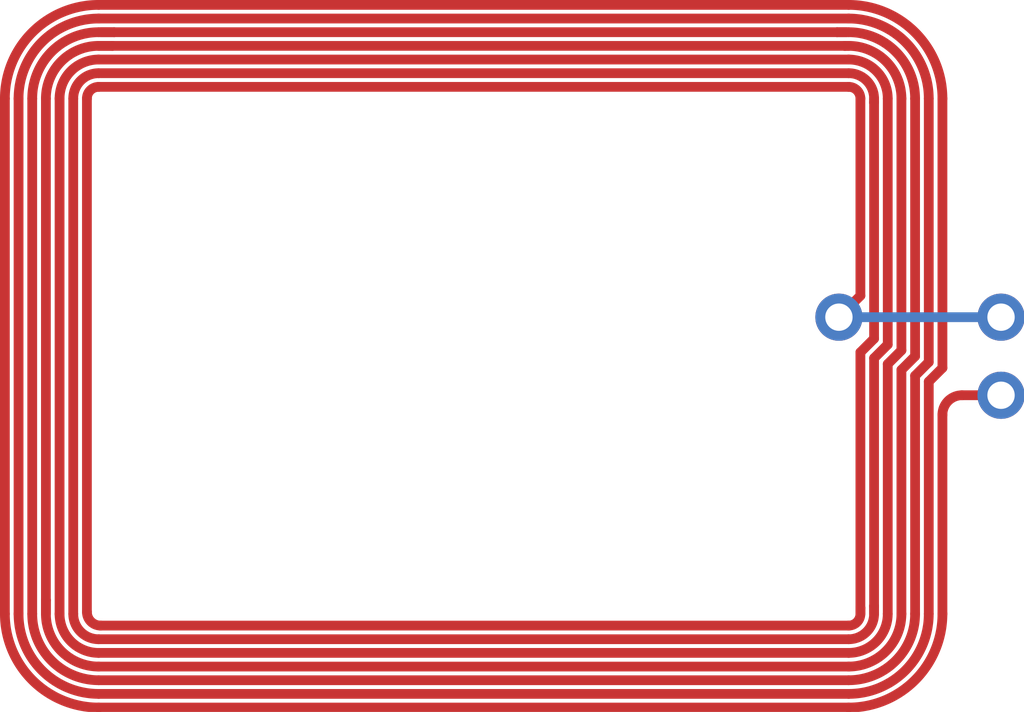
<source format=kicad_pcb>
(kicad_pcb (version 20211014) (generator pcbnew)
  (layers (0 "F.Cu" signal) (31 "B.Cu" signal) (34 "B.Paste" user) (35 "F.Paste" user) (36 "B.SilkS" user "B.Silkscreen") (37 "F.SilkS" user "F.Silkscreen") (38 "B.Mask" user) (39 "F.Mask" user) (44 "Edge.Cuts" user))
  (net 0 "")
  (footprint "Class_6_eagle9.6.2:L_PICC_CLASS6_50PF_01" (layer "F.Cu") (at 148.5011 105.0036)
    (fp_text reference "E$1" hide)
    (fp_text value "" hide)
    (fp_line (start -9.55 -7.95) (end -9.25 -7.95) (layer "F.Cu") (width 0.25))
    (fp_line (start 10.25 -6.6) (end 10.25 -6.5) (layer "F.Cu") (width 0.25))
    (fp_line (start -9.55 6.9) (end 9.6 6.9) (layer "F.Cu") (width 0.25))
    (fp_line (start -10.95 6.25) (end -10.95 6.55) (layer "F.Cu") (width 0.25))
    (fp_line (start 9.9 -6.6) (end 9.9 -1.55) (layer "F.Cu") (width 0.25))
    (fp_line (start 11.3 0.5) (end 11.65 0.15) (layer "F.Cu") (width 0.25))
    (fp_line (start 10.6 -6.6) (end 10.6 -0.3) (layer "F.Cu") (width 0.25))
    (fp_line (start -9.6 7.25) (end 9.6 7.25) (layer "F.Cu") (width 0.25))
    (fp_line (start 11.65 0.65) (end 12 0.3) (layer "F.Cu") (width 0.25))
    (fp_line (start -10.6 -6.6) (end -10.6 6.6) (layer "F.Cu") (width 0.25))
    (fp_line (start 10.25 -6.55) (end 10.25 -6.5) (layer "F.Cu") (width 0.25))
    (fp_line (start -9.6 -8.3) (end -9.2 -8.3) (layer "F.Cu") (width 0.25))
    (fp_line (start 10.25 0.05) (end 10.6 -0.3) (layer "F.Cu") (width 0.25))
    (fp_line (start -9.6 -9) (end 9.6 -9) (layer "F.Cu") (width 0.25))
    (fp_line (start 9.6 -7.95) (end 9.5 -7.95) (layer "F.Cu") (width 0.25))
    (fp_line (start 9.9 -0.1) (end 9.9 6.45) (layer "F.Cu") (width 0.25))
    (fp_line (start -11.3 -6.6) (end -11.3 6.6) (layer "F.Cu") (width 0.25))
    (fp_line (start 12.5 1) (end 13.5 1) (layer "F.Cu") (width 0.25))
    (fp_line (start 10.25 6.4) (end 10.25 6.55) (layer "F.Cu") (width 0.25))
    (fp_line (start -9.6 -7.6) (end 9.6 -7.6) (layer "F.Cu") (width 0.25))
    (fp_line (start -9.2 -8.3) (end 9.3 -8.3) (layer "F.Cu") (width 0.25))
    (fp_line (start -9.6 -7.25) (end 9.6 -7.25) (layer "F.Cu") (width 0.25))
    (fp_line (start 10.95 0.35) (end 11.3 0) (layer "F.Cu") (width 0.25))
    (fp_line (start 9.6 -8.3) (end 9.3 -8.3) (layer "F.Cu") (width 0.25))
    (fp_line (start 9.3 -8.3) (end 9.55 -8.3) (layer "F.Cu") (width 0.25))
    (fp_line (start -10.95 6.6) (end -10.95 6.25) (layer "F.Cu") (width 0.25))
    (fp_line (start -9.6 7.95) (end 9.6 7.95) (layer "F.Cu") (width 0.25))
    (fp_line (start -10.25 -6.6) (end -10.25 6.6) (layer "F.Cu") (width 0.25))
    (fp_line (start 11.3 0.5) (end 11.3 6.6) (layer "F.Cu") (width 0.25))
    (fp_line (start -9.6 8.65) (end 9.6 8.65) (layer "F.Cu") (width 0.25))
    (fp_line (start -9.6 -6.9) (end 9.6 -6.9) (layer "F.Cu") (width 0.25))
    (fp_line (start 10.25 -6.5) (end 10.25 -0.45) (layer "F.Cu") (width 0.25))
    (fp_line (start 12 6.6) (end 12 1.5) (layer "F.Cu") (width 0.25))
    (fp_line (start -9.6 -7.95) (end -9.25 -7.95) (layer "F.Cu") (width 0.25))
    (fp_line (start -9.25 -7.95) (end 9.5 -7.95) (layer "F.Cu") (width 0.25))
    (fp_line (start -10.95 -6.6) (end -10.95 6.25) (layer "F.Cu") (width 0.25))
    (fp_line (start -12 -6.6) (end -12 6.6) (layer "F.Cu") (width 0.25))
    (fp_line (start 9.9 6.6) (end 9.9 6.45) (layer "F.Cu") (width 0.25))
    (fp_line (start 10.25 6.6) (end 10.25 6.4) (layer "F.Cu") (width 0.25))
    (fp_line (start -9.6 9) (end 9.6 9) (layer "F.Cu") (width 0.25))
    (fp_line (start 10.95 -6.6) (end 10.95 -0.15) (layer "F.Cu") (width 0.25))
    (fp_line (start 10.25 0.05) (end 10.25 6.4) (layer "F.Cu") (width 0.25))
    (fp_line (start 10.6 0.2) (end 10.6 6.6) (layer "F.Cu") (width 0.25))
    (fp_line (start -9.9 -6.6) (end -9.9 6.55) (layer "F.Cu") (width 0.25))
    (fp_line (start -9.6 7.6) (end 9.6 7.6) (layer "F.Cu") (width 0.25))
    (fp_line (start 11.3 -6.6) (end 11.3 0) (layer "F.Cu") (width 0.25))
    (fp_line (start 9.9 -0.1) (end 10.25 -0.45) (layer "F.Cu") (width 0.25))
    (fp_line (start 10.6 0.2) (end 10.95 -0.15) (layer "F.Cu") (width 0.25))
    (fp_line (start 12 0.3) (end 12 -6.6) (layer "F.Cu") (width 0.25))
    (fp_line (start -9.55 -8.3) (end -9.2 -8.3) (layer "F.Cu") (width 0.25))
    (fp_line (start 9.9 -1.55) (end 9.35 -1) (layer "F.Cu") (width 0.25))
    (fp_line (start -9.6 -8.65) (end 9.6 -8.65) (layer "F.Cu") (width 0.25))
    (fp_line (start 10.95 0.35) (end 10.95 6.6) (layer "F.Cu") (width 0.25))
    (fp_line (start 11.65 -6.6) (end 11.65 0.15) (layer "F.Cu") (width 0.25))
    (fp_line (start 11.65 0.65) (end 11.65 6.6) (layer "F.Cu") (width 0.25))
    (fp_line (start 9.9 6.45) (end 9.9 6.55) (layer "F.Cu") (width 0.25))
    (fp_line (start -11.65 -6.6) (end -11.65 6.6) (layer "F.Cu") (width 0.25))
    (fp_line (start 9.5 -7.95) (end 9.55 -7.95) (layer "F.Cu") (width 0.25))
    (fp_line (start -9.6 8.3) (end 9.6 8.3) (layer "F.Cu") (width 0.25))
    (fp_arc (start -10.6 -6.6) (mid -10.307107 -7.307107) (end -9.6 -7.6) (layer "F.Cu") (width 0.25))
    (fp_arc (start -9.55 6.9) (mid -9.797487 6.797487) (end -9.9 6.55) (layer "F.Cu") (width 0.25))
    (fp_arc (start 11.65 6.6) (mid 11.049569 8.049569) (end 9.6 8.65) (layer "F.Cu") (width 0.25))
    (fp_arc (start 11.3 6.6) (mid 10.802082 7.802082) (end 9.6 8.3) (layer "F.Cu") (width 0.25))
    (fp_arc (start -9.6 9) (mid -11.297056 8.297056) (end -12 6.6) (layer "F.Cu") (width 0.25))
    (fp_arc (start 10.25 6.6) (mid 10.059619 7.059619) (end 9.6 7.25) (layer "F.Cu") (width 0.25))
    (fp_arc (start 10.95 6.6) (mid 10.554594 7.554594) (end 9.6 7.95) (layer "F.Cu") (width 0.25))
    (fp_arc (start -11.65 -6.6) (mid -11.049569 -8.049569) (end -9.6 -8.65) (layer "F.Cu") (width 0.25))
    (fp_arc (start 9.6 -9) (mid 11.297056 -8.297056) (end 12 -6.6) (layer "F.Cu") (width 0.25))
    (fp_arc (start -9.6 7.25) (mid -10.059619 7.059619) (end -10.25 6.6) (layer "F.Cu") (width 0.25))
    (fp_arc (start 9.9 6.6) (mid 9.812132 6.812132) (end 9.6 6.9) (layer "F.Cu") (width 0.25))
    (fp_arc (start 12 6.6) (mid 11.297056 8.297056) (end 9.6 9) (layer "F.Cu") (width 0.25))
    (fp_arc (start 9.6 -7.95) (mid 10.554594 -7.554594) (end 10.95 -6.6) (layer "F.Cu") (width 0.25))
    (fp_arc (start -9.6 8.3) (mid -10.802082 7.802082) (end -11.3 6.6) (layer "F.Cu") (width 0.25))
    (fp_arc (start -9.6 8.65) (mid -11.049569 8.049569) (end -11.65 6.6) (layer "F.Cu") (width 0.25))
    (fp_arc (start -9.6 7.95) (mid -10.554594 7.554594) (end -10.95 6.6) (layer "F.Cu") (width 0.25))
    (fp_arc (start 10.6 6.6) (mid 10.307107 7.307107) (end 9.6 7.6) (layer "F.Cu") (width 0.25))
    (fp_arc (start -12 -6.6) (mid -11.297056 -8.297056) (end -9.6 -9) (layer "F.Cu") (width 0.25))
    (fp_arc (start 9.6 -7.25) (mid 10.059619 -7.059619) (end 10.25 -6.6) (layer "F.Cu") (width 0.25))
    (fp_arc (start 9.6 -7.6) (mid 10.307107 -7.307107) (end 10.6 -6.6) (layer "F.Cu") (width 0.25))
    (fp_arc (start 9.6 -8.3) (mid 10.802082 -7.802082) (end 11.3 -6.6) (layer "F.Cu") (width 0.25))
    (fp_arc (start -10.25 -6.6) (mid -10.059619 -7.059619) (end -9.6 -7.25) (layer "F.Cu") (width 0.25))
    (fp_arc (start 9.6 -8.65) (mid 11.049569 -8.049569) (end 11.65 -6.6) (layer "F.Cu") (width 0.25))
    (fp_arc (start 9.6 -6.9) (mid 9.812132 -6.812132) (end 9.9 -6.6) (layer "F.Cu") (width 0.25))
    (fp_arc (start -9.9 -6.6) (mid -9.812132 -6.812132) (end -9.6 -6.9) (layer "F.Cu") (width 0.25))
    (fp_arc (start -11.3 -6.6) (mid -10.802082 -7.802082) (end -9.6 -8.3) (layer "F.Cu") (width 0.25))
    (fp_arc (start -9.6 7.6) (mid -10.307107 7.307107) (end -10.6 6.6) (layer "F.Cu") (width 0.25))
    (fp_arc (start -10.95 -6.6) (mid -10.554594 -7.554594) (end -9.6 -7.95) (layer "F.Cu") (width 0.25))
    (fp_arc (start 12 1.5) (mid 12.146447 1.146447) (end 12.5 1) (layer "F.Cu") (width 0.25))
    (fp_line (start 9.35 -1) (end 13.5 -1) (layer "B.Cu") (width 0.25))
    (pad "" np_thru_hole circle (at 0 0) (size 2 2) (drill 2) (layers *.Cu *.Mask))
    (pad "P$1" thru_hole circle (at 13.5 -1) (size 1.208 1.208) (drill 0.7) (layers *.Cu *.Mask))
    (pad "P$2" thru_hole circle (at 13.5 1) (size 1.208 1.208) (drill 0.7) (layers *.Cu *.Mask))
    (pad "P$3" thru_hole circle (at 9.35 -1) (size 1.208 1.208) (drill 0.7) (layers *.Cu *.Mask))
  )
)
</source>
